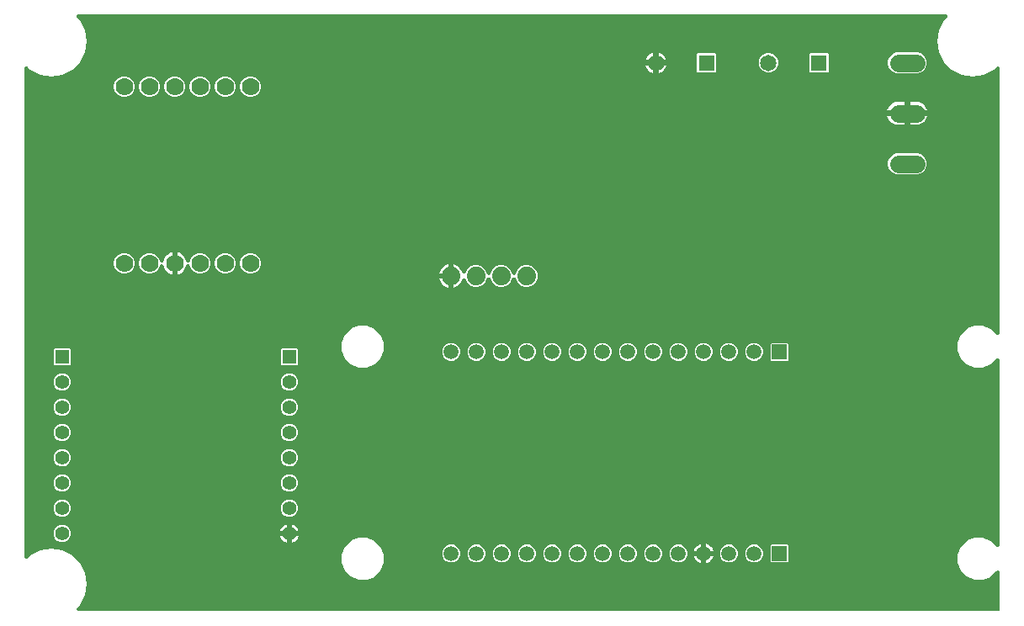
<source format=gbr>
G04 EAGLE Gerber RS-274X export*
G75*
%MOMM*%
%FSLAX34Y34*%
%LPD*%
%INBottom Copper*%
%IPPOS*%
%AMOC8*
5,1,8,0,0,1.08239X$1,22.5*%
G01*
%ADD10C,1.879600*%
%ADD11C,1.778000*%
%ADD12R,1.508000X1.508000*%
%ADD13C,1.508000*%
%ADD14R,1.408000X1.408000*%
%ADD15C,1.408000*%
%ADD16R,1.650000X1.650000*%
%ADD17C,1.650000*%
%ADD18C,1.790700*%

G36*
X1218964Y80775D02*
X1218964Y80775D01*
X1218982Y80773D01*
X1219164Y80794D01*
X1219347Y80813D01*
X1219364Y80818D01*
X1219381Y80820D01*
X1219556Y80877D01*
X1219732Y80931D01*
X1219747Y80939D01*
X1219764Y80945D01*
X1219924Y81035D01*
X1220086Y81123D01*
X1220099Y81134D01*
X1220115Y81143D01*
X1220254Y81263D01*
X1220395Y81380D01*
X1220406Y81394D01*
X1220420Y81406D01*
X1220532Y81551D01*
X1220647Y81694D01*
X1220655Y81710D01*
X1220666Y81724D01*
X1220748Y81889D01*
X1220833Y82051D01*
X1220838Y82068D01*
X1220846Y82084D01*
X1220893Y82263D01*
X1220944Y82438D01*
X1220946Y82456D01*
X1220950Y82473D01*
X1220977Y82804D01*
X1220977Y119514D01*
X1220976Y119523D01*
X1220977Y119532D01*
X1220956Y119724D01*
X1220937Y119915D01*
X1220935Y119923D01*
X1220934Y119932D01*
X1220876Y120114D01*
X1220819Y120300D01*
X1220815Y120308D01*
X1220812Y120316D01*
X1220719Y120484D01*
X1220627Y120654D01*
X1220622Y120660D01*
X1220617Y120668D01*
X1220493Y120815D01*
X1220370Y120963D01*
X1220363Y120968D01*
X1220357Y120975D01*
X1220206Y121094D01*
X1220056Y121215D01*
X1220048Y121219D01*
X1220041Y121225D01*
X1219868Y121313D01*
X1219699Y121401D01*
X1219690Y121403D01*
X1219682Y121407D01*
X1219496Y121459D01*
X1219312Y121512D01*
X1219303Y121513D01*
X1219294Y121515D01*
X1219101Y121529D01*
X1218910Y121545D01*
X1218902Y121544D01*
X1218893Y121545D01*
X1218700Y121520D01*
X1218511Y121498D01*
X1218502Y121495D01*
X1218493Y121494D01*
X1218310Y121433D01*
X1218128Y121373D01*
X1218120Y121369D01*
X1218112Y121366D01*
X1217945Y121270D01*
X1217777Y121175D01*
X1217770Y121170D01*
X1217763Y121165D01*
X1217510Y120950D01*
X1211868Y115309D01*
X1211475Y115146D01*
X1203999Y112049D01*
X1195481Y112049D01*
X1187612Y115309D01*
X1181589Y121332D01*
X1178329Y129201D01*
X1178329Y137719D01*
X1181589Y145588D01*
X1187612Y151611D01*
X1188610Y152024D01*
X1188610Y152025D01*
X1195481Y154871D01*
X1203999Y154871D01*
X1211868Y151611D01*
X1217510Y145970D01*
X1217517Y145964D01*
X1217522Y145957D01*
X1217672Y145837D01*
X1217821Y145715D01*
X1217829Y145710D01*
X1217836Y145705D01*
X1218006Y145616D01*
X1218177Y145526D01*
X1218186Y145523D01*
X1218193Y145519D01*
X1218378Y145466D01*
X1218563Y145411D01*
X1218572Y145410D01*
X1218580Y145408D01*
X1218772Y145392D01*
X1218964Y145375D01*
X1218973Y145376D01*
X1218982Y145375D01*
X1219171Y145397D01*
X1219364Y145418D01*
X1219373Y145421D01*
X1219381Y145422D01*
X1219563Y145481D01*
X1219748Y145540D01*
X1219756Y145544D01*
X1219764Y145547D01*
X1219933Y145642D01*
X1220100Y145735D01*
X1220107Y145740D01*
X1220115Y145745D01*
X1220260Y145870D01*
X1220407Y145995D01*
X1220413Y146002D01*
X1220420Y146008D01*
X1220537Y146159D01*
X1220657Y146311D01*
X1220661Y146319D01*
X1220666Y146326D01*
X1220752Y146498D01*
X1220839Y146670D01*
X1220842Y146678D01*
X1220846Y146686D01*
X1220895Y146872D01*
X1220947Y147058D01*
X1220948Y147067D01*
X1220950Y147075D01*
X1220977Y147406D01*
X1220977Y332914D01*
X1220976Y332923D01*
X1220977Y332932D01*
X1220956Y333124D01*
X1220937Y333315D01*
X1220935Y333323D01*
X1220934Y333332D01*
X1220876Y333514D01*
X1220819Y333700D01*
X1220815Y333708D01*
X1220812Y333716D01*
X1220719Y333884D01*
X1220627Y334054D01*
X1220622Y334060D01*
X1220617Y334068D01*
X1220493Y334215D01*
X1220370Y334363D01*
X1220363Y334368D01*
X1220357Y334375D01*
X1220206Y334494D01*
X1220056Y334615D01*
X1220048Y334619D01*
X1220041Y334625D01*
X1219868Y334713D01*
X1219699Y334801D01*
X1219690Y334803D01*
X1219682Y334807D01*
X1219496Y334859D01*
X1219312Y334912D01*
X1219303Y334913D01*
X1219294Y334915D01*
X1219101Y334929D01*
X1218910Y334945D01*
X1218902Y334944D01*
X1218893Y334945D01*
X1218700Y334920D01*
X1218511Y334898D01*
X1218502Y334895D01*
X1218493Y334894D01*
X1218310Y334833D01*
X1218128Y334773D01*
X1218120Y334769D01*
X1218112Y334766D01*
X1217945Y334670D01*
X1217777Y334575D01*
X1217770Y334570D01*
X1217763Y334565D01*
X1217510Y334350D01*
X1211868Y328709D01*
X1203999Y325449D01*
X1195481Y325449D01*
X1187612Y328709D01*
X1181589Y334732D01*
X1178329Y342601D01*
X1178329Y351119D01*
X1181589Y358988D01*
X1187612Y365011D01*
X1188323Y365306D01*
X1195481Y368271D01*
X1203999Y368271D01*
X1211868Y365011D01*
X1217510Y359370D01*
X1217517Y359364D01*
X1217522Y359357D01*
X1217672Y359237D01*
X1217821Y359115D01*
X1217829Y359110D01*
X1217836Y359105D01*
X1218006Y359016D01*
X1218177Y358926D01*
X1218186Y358923D01*
X1218193Y358919D01*
X1218378Y358866D01*
X1218563Y358811D01*
X1218572Y358810D01*
X1218580Y358808D01*
X1218772Y358792D01*
X1218964Y358775D01*
X1218973Y358776D01*
X1218982Y358775D01*
X1219171Y358797D01*
X1219364Y358818D01*
X1219373Y358821D01*
X1219381Y358822D01*
X1219563Y358881D01*
X1219748Y358940D01*
X1219756Y358944D01*
X1219764Y358947D01*
X1219933Y359042D01*
X1220100Y359135D01*
X1220107Y359140D01*
X1220115Y359145D01*
X1220261Y359271D01*
X1220407Y359395D01*
X1220413Y359402D01*
X1220420Y359408D01*
X1220537Y359559D01*
X1220657Y359711D01*
X1220661Y359719D01*
X1220666Y359726D01*
X1220752Y359898D01*
X1220839Y360070D01*
X1220842Y360078D01*
X1220846Y360086D01*
X1220896Y360273D01*
X1220947Y360458D01*
X1220948Y360467D01*
X1220950Y360475D01*
X1220977Y360806D01*
X1220977Y626687D01*
X1220976Y626696D01*
X1220977Y626705D01*
X1220956Y626897D01*
X1220937Y627088D01*
X1220935Y627097D01*
X1220934Y627106D01*
X1220876Y627288D01*
X1220819Y627473D01*
X1220815Y627481D01*
X1220812Y627489D01*
X1220719Y627658D01*
X1220627Y627827D01*
X1220622Y627834D01*
X1220617Y627842D01*
X1220493Y627989D01*
X1220370Y628136D01*
X1220363Y628142D01*
X1220357Y628149D01*
X1220206Y628268D01*
X1220056Y628389D01*
X1220048Y628393D01*
X1220041Y628398D01*
X1219868Y628486D01*
X1219699Y628574D01*
X1219690Y628577D01*
X1219682Y628581D01*
X1219496Y628633D01*
X1219312Y628686D01*
X1219303Y628686D01*
X1219294Y628689D01*
X1219101Y628703D01*
X1218910Y628718D01*
X1218902Y628717D01*
X1218893Y628718D01*
X1218700Y628694D01*
X1218511Y628672D01*
X1218502Y628669D01*
X1218493Y628668D01*
X1218310Y628606D01*
X1218128Y628547D01*
X1218120Y628542D01*
X1218112Y628539D01*
X1217945Y628443D01*
X1217777Y628349D01*
X1217770Y628343D01*
X1217763Y628338D01*
X1217510Y628124D01*
X1214687Y625301D01*
X1204781Y620254D01*
X1193800Y618515D01*
X1182819Y620254D01*
X1172913Y625301D01*
X1165051Y633163D01*
X1160004Y643069D01*
X1158265Y654050D01*
X1160004Y665031D01*
X1165051Y674937D01*
X1167874Y677760D01*
X1167879Y677767D01*
X1167886Y677772D01*
X1168005Y677920D01*
X1168129Y678071D01*
X1168133Y678079D01*
X1168139Y678086D01*
X1168227Y678256D01*
X1168317Y678427D01*
X1168320Y678436D01*
X1168324Y678443D01*
X1168377Y678628D01*
X1168432Y678813D01*
X1168433Y678822D01*
X1168436Y678830D01*
X1168451Y679021D01*
X1168469Y679214D01*
X1168468Y679223D01*
X1168468Y679232D01*
X1168446Y679421D01*
X1168425Y679614D01*
X1168423Y679623D01*
X1168422Y679631D01*
X1168362Y679813D01*
X1168304Y679998D01*
X1168299Y680006D01*
X1168297Y680014D01*
X1168202Y680183D01*
X1168109Y680350D01*
X1168103Y680357D01*
X1168099Y680365D01*
X1167973Y680511D01*
X1167848Y680657D01*
X1167841Y680663D01*
X1167836Y680670D01*
X1167684Y680787D01*
X1167533Y680907D01*
X1167525Y680911D01*
X1167518Y680916D01*
X1167345Y681002D01*
X1167174Y681089D01*
X1167165Y681092D01*
X1167157Y681096D01*
X1166971Y681146D01*
X1166786Y681197D01*
X1166777Y681198D01*
X1166768Y681200D01*
X1166437Y681227D01*
X294063Y681227D01*
X294054Y681226D01*
X294045Y681227D01*
X293851Y681206D01*
X293662Y681187D01*
X293653Y681185D01*
X293644Y681184D01*
X293460Y681125D01*
X293277Y681069D01*
X293269Y681065D01*
X293261Y681062D01*
X293092Y680969D01*
X292923Y680877D01*
X292916Y680872D01*
X292908Y680867D01*
X292761Y680743D01*
X292614Y680620D01*
X292608Y680613D01*
X292601Y680607D01*
X292482Y680455D01*
X292361Y680306D01*
X292357Y680298D01*
X292352Y680291D01*
X292264Y680118D01*
X292176Y679949D01*
X292173Y679940D01*
X292169Y679932D01*
X292117Y679746D01*
X292064Y679562D01*
X292064Y679553D01*
X292061Y679544D01*
X292047Y679351D01*
X292032Y679160D01*
X292033Y679152D01*
X292032Y679143D01*
X292056Y678950D01*
X292078Y678761D01*
X292081Y678752D01*
X292082Y678743D01*
X292144Y678561D01*
X292203Y678378D01*
X292208Y678370D01*
X292211Y678362D01*
X292307Y678195D01*
X292401Y678027D01*
X292407Y678020D01*
X292412Y678013D01*
X292626Y677760D01*
X295449Y674937D01*
X300496Y665031D01*
X302235Y654050D01*
X300496Y643069D01*
X295449Y633163D01*
X287587Y625301D01*
X277681Y620254D01*
X266700Y618515D01*
X255719Y620254D01*
X245813Y625301D01*
X242990Y628124D01*
X242983Y628129D01*
X242978Y628136D01*
X242828Y628257D01*
X242679Y628379D01*
X242671Y628383D01*
X242664Y628389D01*
X242494Y628477D01*
X242323Y628567D01*
X242314Y628570D01*
X242307Y628574D01*
X242122Y628627D01*
X241937Y628682D01*
X241928Y628683D01*
X241920Y628686D01*
X241729Y628701D01*
X241536Y628719D01*
X241527Y628718D01*
X241518Y628718D01*
X241329Y628696D01*
X241136Y628675D01*
X241127Y628673D01*
X241119Y628672D01*
X240937Y628612D01*
X240752Y628554D01*
X240744Y628549D01*
X240736Y628547D01*
X240567Y628452D01*
X240400Y628359D01*
X240393Y628353D01*
X240385Y628349D01*
X240239Y628223D01*
X240093Y628098D01*
X240087Y628091D01*
X240080Y628086D01*
X239963Y627934D01*
X239843Y627783D01*
X239839Y627775D01*
X239834Y627768D01*
X239748Y627595D01*
X239661Y627424D01*
X239658Y627415D01*
X239654Y627407D01*
X239604Y627221D01*
X239553Y627036D01*
X239552Y627027D01*
X239550Y627018D01*
X239523Y626687D01*
X239523Y135313D01*
X239524Y135304D01*
X239523Y135295D01*
X239544Y135103D01*
X239563Y134912D01*
X239565Y134903D01*
X239566Y134894D01*
X239624Y134712D01*
X239681Y134527D01*
X239685Y134519D01*
X239688Y134511D01*
X239781Y134342D01*
X239873Y134173D01*
X239878Y134166D01*
X239883Y134158D01*
X240007Y134011D01*
X240130Y133864D01*
X240137Y133858D01*
X240143Y133851D01*
X240294Y133732D01*
X240444Y133611D01*
X240452Y133607D01*
X240459Y133602D01*
X240632Y133514D01*
X240801Y133426D01*
X240810Y133423D01*
X240818Y133419D01*
X241004Y133367D01*
X241188Y133314D01*
X241197Y133314D01*
X241206Y133311D01*
X241399Y133297D01*
X241590Y133282D01*
X241598Y133283D01*
X241607Y133282D01*
X241800Y133306D01*
X241989Y133328D01*
X241998Y133331D01*
X242007Y133332D01*
X242190Y133394D01*
X242372Y133453D01*
X242380Y133458D01*
X242388Y133461D01*
X242555Y133557D01*
X242723Y133651D01*
X242730Y133657D01*
X242737Y133662D01*
X242990Y133876D01*
X245813Y136699D01*
X255719Y141746D01*
X266700Y143485D01*
X277681Y141746D01*
X287587Y136699D01*
X295449Y128837D01*
X300496Y118931D01*
X302235Y107950D01*
X300496Y96969D01*
X295449Y87063D01*
X292626Y84240D01*
X292621Y84233D01*
X292614Y84228D01*
X292493Y84078D01*
X292371Y83929D01*
X292367Y83921D01*
X292361Y83914D01*
X292273Y83744D01*
X292183Y83573D01*
X292180Y83564D01*
X292176Y83557D01*
X292123Y83372D01*
X292068Y83187D01*
X292067Y83178D01*
X292064Y83170D01*
X292049Y82979D01*
X292031Y82786D01*
X292032Y82777D01*
X292032Y82768D01*
X292054Y82579D01*
X292075Y82386D01*
X292077Y82377D01*
X292078Y82369D01*
X292138Y82187D01*
X292196Y82002D01*
X292201Y81994D01*
X292203Y81986D01*
X292298Y81817D01*
X292391Y81650D01*
X292397Y81643D01*
X292401Y81635D01*
X292527Y81489D01*
X292652Y81343D01*
X292659Y81337D01*
X292664Y81330D01*
X292816Y81213D01*
X292967Y81093D01*
X292975Y81089D01*
X292982Y81084D01*
X293155Y80998D01*
X293326Y80911D01*
X293335Y80908D01*
X293343Y80904D01*
X293529Y80854D01*
X293714Y80803D01*
X293723Y80802D01*
X293732Y80800D01*
X294063Y80773D01*
X1218946Y80773D01*
X1218964Y80775D01*
G37*
%LPC*%
G36*
X575681Y112049D02*
X575681Y112049D01*
X567812Y115309D01*
X561789Y121332D01*
X558529Y129201D01*
X558529Y137719D01*
X561789Y145588D01*
X567812Y151611D01*
X568810Y152024D01*
X568810Y152025D01*
X575681Y154871D01*
X584199Y154871D01*
X592068Y151611D01*
X598091Y145588D01*
X601351Y137719D01*
X601351Y129201D01*
X598091Y121332D01*
X592068Y115309D01*
X591675Y115146D01*
X584199Y112049D01*
X575681Y112049D01*
G37*
%LPD*%
%LPC*%
G36*
X575681Y325449D02*
X575681Y325449D01*
X567812Y328709D01*
X561789Y334732D01*
X558529Y342601D01*
X558529Y351119D01*
X561789Y358988D01*
X567812Y365011D01*
X568523Y365306D01*
X575681Y368271D01*
X584199Y368271D01*
X592068Y365011D01*
X598091Y358988D01*
X601351Y351119D01*
X601351Y342601D01*
X598091Y334732D01*
X592068Y328709D01*
X584199Y325449D01*
X575681Y325449D01*
G37*
%LPD*%
%LPC*%
G36*
X671079Y417452D02*
X671079Y417452D01*
X671077Y417470D01*
X671079Y417487D01*
X671058Y417670D01*
X671039Y417852D01*
X671034Y417869D01*
X671032Y417887D01*
X671007Y417965D01*
X671046Y418102D01*
X671048Y418120D01*
X671052Y418137D01*
X671079Y418468D01*
X671079Y429645D01*
X671336Y429605D01*
X673123Y429024D01*
X674797Y428171D01*
X676318Y427066D01*
X677646Y425738D01*
X678751Y424217D01*
X679604Y422543D01*
X679842Y421811D01*
X679878Y421729D01*
X679904Y421645D01*
X679958Y421546D01*
X680004Y421442D01*
X680055Y421369D01*
X680097Y421292D01*
X680170Y421205D01*
X680235Y421113D01*
X680299Y421051D01*
X680356Y420983D01*
X680445Y420913D01*
X680527Y420835D01*
X680602Y420788D01*
X680671Y420732D01*
X680772Y420681D01*
X680867Y420621D01*
X680950Y420589D01*
X681029Y420549D01*
X681138Y420518D01*
X681244Y420478D01*
X681331Y420463D01*
X681417Y420439D01*
X681529Y420430D01*
X681641Y420412D01*
X681730Y420415D01*
X681818Y420408D01*
X681930Y420421D01*
X682043Y420425D01*
X682130Y420446D01*
X682218Y420456D01*
X682325Y420492D01*
X682435Y420518D01*
X682516Y420555D01*
X682600Y420583D01*
X682698Y420639D01*
X682801Y420686D01*
X682873Y420738D01*
X682950Y420782D01*
X683035Y420856D01*
X683126Y420923D01*
X683186Y420989D01*
X683253Y421047D01*
X683322Y421136D01*
X683399Y421220D01*
X683445Y421296D01*
X683499Y421366D01*
X683563Y421492D01*
X683607Y421564D01*
X683623Y421607D01*
X683650Y421661D01*
X684680Y424147D01*
X687753Y427220D01*
X691767Y428883D01*
X696113Y428883D01*
X700127Y427220D01*
X703200Y424147D01*
X704763Y420373D01*
X704768Y420365D01*
X704770Y420356D01*
X704862Y420188D01*
X704954Y420018D01*
X704959Y420011D01*
X704964Y420003D01*
X705087Y419857D01*
X705210Y419707D01*
X705217Y419702D01*
X705223Y419695D01*
X705373Y419575D01*
X705523Y419454D01*
X705531Y419449D01*
X705537Y419444D01*
X705709Y419356D01*
X705879Y419267D01*
X705888Y419264D01*
X705896Y419260D01*
X706080Y419208D01*
X706266Y419153D01*
X706274Y419153D01*
X706283Y419150D01*
X706474Y419135D01*
X706667Y419119D01*
X706676Y419120D01*
X706684Y419119D01*
X706875Y419142D01*
X707067Y419164D01*
X707075Y419167D01*
X707084Y419168D01*
X707267Y419228D01*
X707450Y419287D01*
X707458Y419291D01*
X707466Y419294D01*
X707634Y419390D01*
X707802Y419483D01*
X707808Y419489D01*
X707816Y419494D01*
X707961Y419620D01*
X708107Y419745D01*
X708113Y419752D01*
X708120Y419758D01*
X708237Y419910D01*
X708356Y420062D01*
X708360Y420070D01*
X708365Y420077D01*
X708517Y420373D01*
X710080Y424147D01*
X713153Y427220D01*
X717167Y428883D01*
X721513Y428883D01*
X725527Y427220D01*
X728600Y424147D01*
X730163Y420373D01*
X730168Y420365D01*
X730170Y420356D01*
X730262Y420188D01*
X730354Y420018D01*
X730359Y420011D01*
X730364Y420003D01*
X730487Y419857D01*
X730610Y419707D01*
X730617Y419702D01*
X730623Y419695D01*
X730773Y419575D01*
X730923Y419454D01*
X730931Y419449D01*
X730937Y419444D01*
X731109Y419356D01*
X731279Y419267D01*
X731288Y419264D01*
X731296Y419260D01*
X731480Y419208D01*
X731666Y419153D01*
X731674Y419153D01*
X731683Y419150D01*
X731874Y419135D01*
X732067Y419119D01*
X732076Y419120D01*
X732084Y419119D01*
X732275Y419142D01*
X732467Y419164D01*
X732475Y419167D01*
X732484Y419168D01*
X732667Y419228D01*
X732850Y419287D01*
X732858Y419291D01*
X732866Y419294D01*
X733034Y419390D01*
X733202Y419483D01*
X733208Y419489D01*
X733216Y419494D01*
X733361Y419620D01*
X733507Y419745D01*
X733513Y419752D01*
X733520Y419758D01*
X733637Y419910D01*
X733756Y420062D01*
X733760Y420070D01*
X733765Y420077D01*
X733917Y420373D01*
X735480Y424147D01*
X738553Y427220D01*
X742567Y428883D01*
X746913Y428883D01*
X750927Y427220D01*
X754000Y424147D01*
X755663Y420133D01*
X755663Y415787D01*
X754000Y411773D01*
X750927Y408700D01*
X748382Y407646D01*
X746913Y407037D01*
X742567Y407037D01*
X738553Y408700D01*
X735480Y411773D01*
X733917Y415547D01*
X733912Y415555D01*
X733910Y415564D01*
X733817Y415733D01*
X733726Y415902D01*
X733721Y415909D01*
X733716Y415917D01*
X733592Y416065D01*
X733470Y416213D01*
X733463Y416218D01*
X733457Y416225D01*
X733308Y416344D01*
X733157Y416466D01*
X733149Y416471D01*
X733142Y416476D01*
X732973Y416563D01*
X732801Y416654D01*
X732792Y416656D01*
X732784Y416660D01*
X732602Y416712D01*
X732414Y416767D01*
X732405Y416767D01*
X732397Y416770D01*
X732206Y416785D01*
X732013Y416801D01*
X732004Y416800D01*
X731996Y416801D01*
X731805Y416778D01*
X731613Y416756D01*
X731605Y416753D01*
X731596Y416752D01*
X731414Y416692D01*
X731230Y416633D01*
X731222Y416628D01*
X731214Y416626D01*
X731046Y416530D01*
X730878Y416437D01*
X730872Y416431D01*
X730864Y416426D01*
X730718Y416299D01*
X730573Y416175D01*
X730567Y416168D01*
X730560Y416162D01*
X730443Y416010D01*
X730324Y415858D01*
X730320Y415850D01*
X730315Y415843D01*
X730163Y415547D01*
X728600Y411773D01*
X725527Y408700D01*
X722982Y407646D01*
X721513Y407037D01*
X717167Y407037D01*
X713153Y408700D01*
X710080Y411773D01*
X708517Y415547D01*
X708512Y415555D01*
X708510Y415564D01*
X708417Y415733D01*
X708326Y415902D01*
X708321Y415909D01*
X708316Y415917D01*
X708192Y416065D01*
X708070Y416213D01*
X708063Y416218D01*
X708057Y416225D01*
X707908Y416344D01*
X707757Y416466D01*
X707749Y416471D01*
X707742Y416476D01*
X707573Y416563D01*
X707401Y416654D01*
X707392Y416656D01*
X707384Y416660D01*
X707202Y416712D01*
X707014Y416767D01*
X707005Y416767D01*
X706997Y416770D01*
X706806Y416785D01*
X706613Y416801D01*
X706604Y416800D01*
X706596Y416801D01*
X706405Y416778D01*
X706213Y416756D01*
X706205Y416753D01*
X706196Y416752D01*
X706014Y416692D01*
X705830Y416633D01*
X705822Y416628D01*
X705814Y416626D01*
X705646Y416530D01*
X705478Y416437D01*
X705472Y416431D01*
X705464Y416426D01*
X705318Y416299D01*
X705173Y416175D01*
X705167Y416168D01*
X705160Y416162D01*
X705043Y416010D01*
X704924Y415858D01*
X704920Y415850D01*
X704915Y415843D01*
X704763Y415547D01*
X703200Y411773D01*
X700127Y408700D01*
X697582Y407646D01*
X696113Y407037D01*
X691767Y407037D01*
X687753Y408700D01*
X684680Y411773D01*
X683650Y414259D01*
X683608Y414337D01*
X683575Y414420D01*
X683513Y414514D01*
X683460Y414614D01*
X683404Y414682D01*
X683355Y414757D01*
X683276Y414837D01*
X683204Y414924D01*
X683135Y414980D01*
X683072Y415043D01*
X682979Y415107D01*
X682891Y415178D01*
X682813Y415219D01*
X682739Y415269D01*
X682635Y415312D01*
X682535Y415365D01*
X682449Y415390D01*
X682367Y415424D01*
X682257Y415446D01*
X682148Y415478D01*
X682060Y415486D01*
X681973Y415503D01*
X681859Y415503D01*
X681747Y415513D01*
X681659Y415503D01*
X681570Y415503D01*
X681459Y415480D01*
X681347Y415467D01*
X681262Y415440D01*
X681175Y415423D01*
X681071Y415379D01*
X680964Y415344D01*
X680886Y415301D01*
X680804Y415267D01*
X680711Y415203D01*
X680612Y415148D01*
X680545Y415090D01*
X680471Y415040D01*
X680392Y414960D01*
X680306Y414886D01*
X680252Y414816D01*
X680189Y414753D01*
X680128Y414658D01*
X680058Y414569D01*
X680018Y414490D01*
X679970Y414415D01*
X679915Y414285D01*
X679877Y414209D01*
X679865Y414165D01*
X679842Y414109D01*
X679604Y413377D01*
X678751Y411703D01*
X677646Y410182D01*
X676318Y408854D01*
X674797Y407749D01*
X673123Y406896D01*
X671336Y406315D01*
X671079Y406275D01*
X671079Y417452D01*
G37*
%LPD*%
%LPC*%
G36*
X1116722Y621982D02*
X1116722Y621982D01*
X1112871Y623577D01*
X1109923Y626525D01*
X1108328Y630376D01*
X1108328Y634544D01*
X1109923Y638395D01*
X1112871Y641343D01*
X1116722Y642938D01*
X1138798Y642938D01*
X1142649Y641343D01*
X1145597Y638395D01*
X1147192Y634544D01*
X1147192Y630376D01*
X1145597Y626525D01*
X1142649Y623577D01*
X1138798Y621982D01*
X1116722Y621982D01*
G37*
%LPD*%
%LPC*%
G36*
X1116722Y520382D02*
X1116722Y520382D01*
X1112871Y521977D01*
X1109923Y524925D01*
X1108328Y528776D01*
X1108328Y532944D01*
X1109923Y536795D01*
X1112871Y539743D01*
X1116722Y541338D01*
X1138798Y541338D01*
X1142649Y539743D01*
X1145597Y536795D01*
X1147192Y532944D01*
X1147192Y528776D01*
X1145597Y524925D01*
X1142649Y521977D01*
X1138798Y520382D01*
X1116722Y520382D01*
G37*
%LPD*%
%LPC*%
G36*
X393389Y430192D02*
X393389Y430192D01*
X393387Y430210D01*
X393389Y430227D01*
X393368Y430409D01*
X393349Y430592D01*
X393344Y430609D01*
X393342Y430627D01*
X393329Y430668D01*
X393356Y430762D01*
X393358Y430780D01*
X393362Y430797D01*
X393389Y431128D01*
X393389Y441837D01*
X393567Y441809D01*
X395278Y441253D01*
X396881Y440436D01*
X398337Y439379D01*
X399609Y438107D01*
X400666Y436651D01*
X401483Y435048D01*
X402039Y433337D01*
X402043Y433313D01*
X402055Y433268D01*
X402060Y433222D01*
X402106Y433074D01*
X402145Y432924D01*
X402166Y432882D01*
X402179Y432837D01*
X402254Y432702D01*
X402322Y432562D01*
X402350Y432525D01*
X402373Y432484D01*
X402472Y432366D01*
X402567Y432242D01*
X402602Y432212D01*
X402632Y432176D01*
X402753Y432080D01*
X402870Y431977D01*
X402910Y431954D01*
X402947Y431925D01*
X403084Y431854D01*
X403219Y431777D01*
X403264Y431762D01*
X403305Y431741D01*
X403454Y431699D01*
X403601Y431650D01*
X403647Y431644D01*
X403692Y431631D01*
X403847Y431619D01*
X404001Y431600D01*
X404047Y431604D01*
X404094Y431600D01*
X404247Y431619D01*
X404402Y431631D01*
X404447Y431643D01*
X404493Y431649D01*
X404640Y431697D01*
X404790Y431740D01*
X404831Y431761D01*
X404876Y431775D01*
X405010Y431852D01*
X405148Y431923D01*
X405185Y431952D01*
X405225Y431975D01*
X405342Y432077D01*
X405464Y432173D01*
X405494Y432209D01*
X405529Y432239D01*
X405623Y432362D01*
X405723Y432481D01*
X405746Y432522D01*
X405774Y432559D01*
X405889Y432782D01*
X405917Y432833D01*
X405920Y432843D01*
X405926Y432854D01*
X407461Y436559D01*
X410391Y439489D01*
X414218Y441075D01*
X418362Y441075D01*
X422189Y439489D01*
X425119Y436559D01*
X426705Y432732D01*
X426705Y428588D01*
X425119Y424761D01*
X422189Y421831D01*
X418362Y420245D01*
X414218Y420245D01*
X410391Y421831D01*
X407461Y424761D01*
X405926Y428466D01*
X405904Y428507D01*
X405888Y428551D01*
X405809Y428684D01*
X405736Y428821D01*
X405706Y428857D01*
X405682Y428897D01*
X405578Y429012D01*
X405479Y429132D01*
X405443Y429161D01*
X405412Y429196D01*
X405287Y429288D01*
X405167Y429385D01*
X405125Y429407D01*
X405088Y429435D01*
X404947Y429500D01*
X404810Y429572D01*
X404765Y429585D01*
X404723Y429605D01*
X404572Y429642D01*
X404424Y429685D01*
X404377Y429689D01*
X404332Y429700D01*
X404177Y429707D01*
X404023Y429720D01*
X403976Y429715D01*
X403930Y429717D01*
X403776Y429692D01*
X403623Y429675D01*
X403578Y429661D01*
X403532Y429653D01*
X403387Y429599D01*
X403239Y429552D01*
X403198Y429529D01*
X403155Y429513D01*
X403023Y429431D01*
X402888Y429355D01*
X402852Y429325D01*
X402813Y429300D01*
X402699Y429194D01*
X402582Y429094D01*
X402553Y429057D01*
X402519Y429025D01*
X402429Y428899D01*
X402334Y428777D01*
X402313Y428735D01*
X402286Y428697D01*
X402222Y428555D01*
X402153Y428417D01*
X402141Y428372D01*
X402121Y428329D01*
X402062Y428085D01*
X402047Y428028D01*
X402046Y428019D01*
X402043Y428007D01*
X402039Y427983D01*
X401483Y426272D01*
X400666Y424669D01*
X399609Y423213D01*
X398337Y421941D01*
X396881Y420884D01*
X395278Y420067D01*
X393567Y419511D01*
X393389Y419483D01*
X393389Y430192D01*
G37*
%LPD*%
%LPC*%
G36*
X388213Y419511D02*
X388213Y419511D01*
X386502Y420067D01*
X384899Y420884D01*
X383443Y421941D01*
X382171Y423213D01*
X381114Y424669D01*
X380297Y426272D01*
X379741Y427983D01*
X379737Y428007D01*
X379725Y428052D01*
X379720Y428098D01*
X379674Y428246D01*
X379635Y428396D01*
X379614Y428438D01*
X379601Y428483D01*
X379526Y428618D01*
X379458Y428758D01*
X379430Y428795D01*
X379407Y428836D01*
X379308Y428954D01*
X379213Y429078D01*
X379178Y429108D01*
X379148Y429144D01*
X379027Y429240D01*
X378910Y429343D01*
X378870Y429366D01*
X378833Y429395D01*
X378696Y429466D01*
X378561Y429543D01*
X378516Y429558D01*
X378475Y429579D01*
X378326Y429621D01*
X378179Y429670D01*
X378133Y429676D01*
X378088Y429689D01*
X377933Y429701D01*
X377779Y429720D01*
X377733Y429716D01*
X377686Y429720D01*
X377533Y429701D01*
X377378Y429689D01*
X377333Y429677D01*
X377287Y429671D01*
X377140Y429623D01*
X376990Y429580D01*
X376949Y429559D01*
X376904Y429545D01*
X376770Y429468D01*
X376632Y429397D01*
X376595Y429368D01*
X376555Y429345D01*
X376438Y429243D01*
X376316Y429147D01*
X376286Y429111D01*
X376251Y429081D01*
X376157Y428958D01*
X376057Y428839D01*
X376034Y428798D01*
X376006Y428761D01*
X375891Y428538D01*
X375863Y428487D01*
X375860Y428477D01*
X375854Y428466D01*
X374319Y424761D01*
X371389Y421831D01*
X367562Y420245D01*
X363418Y420245D01*
X359591Y421831D01*
X356661Y424761D01*
X355075Y428588D01*
X355075Y432732D01*
X356661Y436559D01*
X359591Y439489D01*
X363418Y441075D01*
X367562Y441075D01*
X371389Y439489D01*
X374319Y436559D01*
X375854Y432854D01*
X375876Y432813D01*
X375892Y432769D01*
X375971Y432636D01*
X376044Y432499D01*
X376074Y432463D01*
X376098Y432423D01*
X376202Y432308D01*
X376301Y432188D01*
X376337Y432159D01*
X376368Y432124D01*
X376493Y432032D01*
X376613Y431935D01*
X376655Y431913D01*
X376692Y431885D01*
X376833Y431820D01*
X376970Y431748D01*
X377015Y431735D01*
X377057Y431715D01*
X377208Y431678D01*
X377356Y431635D01*
X377403Y431631D01*
X377448Y431620D01*
X377603Y431613D01*
X377757Y431600D01*
X377804Y431605D01*
X377850Y431603D01*
X378004Y431628D01*
X378157Y431645D01*
X378202Y431659D01*
X378248Y431667D01*
X378393Y431721D01*
X378541Y431768D01*
X378582Y431791D01*
X378625Y431807D01*
X378757Y431889D01*
X378892Y431965D01*
X378928Y431995D01*
X378967Y432020D01*
X379081Y432126D01*
X379198Y432226D01*
X379227Y432263D01*
X379261Y432295D01*
X379351Y432421D01*
X379446Y432543D01*
X379467Y432585D01*
X379494Y432623D01*
X379558Y432765D01*
X379627Y432903D01*
X379639Y432948D01*
X379659Y432991D01*
X379718Y433235D01*
X379733Y433292D01*
X379734Y433301D01*
X379737Y433313D01*
X379741Y433337D01*
X380297Y435048D01*
X381114Y436651D01*
X382171Y438107D01*
X383443Y439379D01*
X384899Y440436D01*
X386502Y441253D01*
X388213Y441809D01*
X388391Y441837D01*
X388391Y431128D01*
X388392Y431110D01*
X388391Y431093D01*
X388412Y430910D01*
X388431Y430728D01*
X388436Y430711D01*
X388438Y430693D01*
X388451Y430652D01*
X388424Y430558D01*
X388422Y430540D01*
X388418Y430523D01*
X388391Y430192D01*
X388391Y419483D01*
X388213Y419511D01*
G37*
%LPD*%
%LPC*%
G36*
X1029978Y622685D02*
X1029978Y622685D01*
X1029085Y623578D01*
X1029085Y641342D01*
X1029978Y642235D01*
X1047742Y642235D01*
X1048635Y641342D01*
X1048635Y623578D01*
X1047742Y622685D01*
X1029978Y622685D01*
G37*
%LPD*%
%LPC*%
G36*
X916948Y622685D02*
X916948Y622685D01*
X916055Y623578D01*
X916055Y641342D01*
X916948Y642235D01*
X934712Y642235D01*
X935605Y641342D01*
X935605Y623578D01*
X934712Y622685D01*
X916948Y622685D01*
G37*
%LPD*%
%LPC*%
G36*
X388818Y598045D02*
X388818Y598045D01*
X384991Y599631D01*
X382061Y602561D01*
X380475Y606388D01*
X380475Y610532D01*
X382061Y614359D01*
X384991Y617289D01*
X388818Y618875D01*
X392962Y618875D01*
X396789Y617289D01*
X399719Y614359D01*
X401305Y610532D01*
X401305Y606388D01*
X399719Y602561D01*
X396789Y599631D01*
X392962Y598045D01*
X388818Y598045D01*
G37*
%LPD*%
%LPC*%
G36*
X465018Y598045D02*
X465018Y598045D01*
X461191Y599631D01*
X458261Y602561D01*
X456675Y606388D01*
X456675Y610532D01*
X458261Y614359D01*
X461191Y617289D01*
X465018Y618875D01*
X469162Y618875D01*
X472989Y617289D01*
X475919Y614359D01*
X477505Y610532D01*
X477505Y606388D01*
X475919Y602561D01*
X472989Y599631D01*
X469162Y598045D01*
X465018Y598045D01*
G37*
%LPD*%
%LPC*%
G36*
X338018Y598045D02*
X338018Y598045D01*
X334191Y599631D01*
X331261Y602561D01*
X329675Y606388D01*
X329675Y610532D01*
X331261Y614359D01*
X334191Y617289D01*
X338018Y618875D01*
X342162Y618875D01*
X345989Y617289D01*
X348919Y614359D01*
X350505Y610532D01*
X350505Y606388D01*
X348919Y602561D01*
X345989Y599631D01*
X342162Y598045D01*
X338018Y598045D01*
G37*
%LPD*%
%LPC*%
G36*
X414218Y598045D02*
X414218Y598045D01*
X410391Y599631D01*
X407461Y602561D01*
X405875Y606388D01*
X405875Y610532D01*
X407461Y614359D01*
X410391Y617289D01*
X414218Y618875D01*
X418362Y618875D01*
X422189Y617289D01*
X425119Y614359D01*
X426705Y610532D01*
X426705Y606388D01*
X425119Y602561D01*
X422189Y599631D01*
X418362Y598045D01*
X414218Y598045D01*
G37*
%LPD*%
%LPC*%
G36*
X363418Y598045D02*
X363418Y598045D01*
X359591Y599631D01*
X356661Y602561D01*
X355075Y606388D01*
X355075Y610532D01*
X356661Y614359D01*
X359591Y617289D01*
X363418Y618875D01*
X367562Y618875D01*
X371389Y617289D01*
X374319Y614359D01*
X375905Y610532D01*
X375905Y606388D01*
X374319Y602561D01*
X371389Y599631D01*
X367562Y598045D01*
X363418Y598045D01*
G37*
%LPD*%
%LPC*%
G36*
X439618Y598045D02*
X439618Y598045D01*
X435791Y599631D01*
X432861Y602561D01*
X431275Y606388D01*
X431275Y610532D01*
X432861Y614359D01*
X435791Y617289D01*
X439618Y618875D01*
X443762Y618875D01*
X447589Y617289D01*
X450519Y614359D01*
X452105Y610532D01*
X452105Y606388D01*
X450519Y602561D01*
X447589Y599631D01*
X443762Y598045D01*
X439618Y598045D01*
G37*
%LPD*%
%LPC*%
G36*
X465018Y420245D02*
X465018Y420245D01*
X461191Y421831D01*
X458261Y424761D01*
X456675Y428588D01*
X456675Y432732D01*
X458261Y436559D01*
X461191Y439489D01*
X465018Y441075D01*
X469162Y441075D01*
X472989Y439489D01*
X475919Y436559D01*
X477505Y432732D01*
X477505Y428588D01*
X475919Y424761D01*
X472989Y421831D01*
X469162Y420245D01*
X465018Y420245D01*
G37*
%LPD*%
%LPC*%
G36*
X439618Y420245D02*
X439618Y420245D01*
X435791Y421831D01*
X432861Y424761D01*
X431275Y428588D01*
X431275Y432732D01*
X432861Y436559D01*
X435791Y439489D01*
X439618Y441075D01*
X443762Y441075D01*
X447589Y439489D01*
X450519Y436559D01*
X452105Y432732D01*
X452105Y428588D01*
X450519Y424761D01*
X447589Y421831D01*
X443762Y420245D01*
X439618Y420245D01*
G37*
%LPD*%
%LPC*%
G36*
X338018Y420245D02*
X338018Y420245D01*
X334191Y421831D01*
X331261Y424761D01*
X329675Y428588D01*
X329675Y432732D01*
X331261Y436559D01*
X334191Y439489D01*
X338018Y441075D01*
X342162Y441075D01*
X345989Y439489D01*
X348919Y436559D01*
X350505Y432732D01*
X350505Y428588D01*
X348919Y424761D01*
X345989Y421831D01*
X342162Y420245D01*
X338018Y420245D01*
G37*
%LPD*%
%LPC*%
G36*
X991142Y129749D02*
X991142Y129749D01*
X990249Y130642D01*
X990249Y146986D01*
X991142Y147879D01*
X1007486Y147879D01*
X1008379Y146986D01*
X1008379Y130642D01*
X1007486Y129749D01*
X991142Y129749D01*
G37*
%LPD*%
%LPC*%
G36*
X991142Y332441D02*
X991142Y332441D01*
X990249Y333334D01*
X990249Y349678D01*
X991142Y350571D01*
X1007486Y350571D01*
X1008379Y349678D01*
X1008379Y333334D01*
X1007486Y332441D01*
X991142Y332441D01*
G37*
%LPD*%
%LPC*%
G36*
X986116Y622685D02*
X986116Y622685D01*
X982523Y624173D01*
X979773Y626923D01*
X978285Y630516D01*
X978285Y634404D01*
X979773Y637997D01*
X982523Y640747D01*
X986116Y642235D01*
X990004Y642235D01*
X993597Y640747D01*
X996347Y637997D01*
X997835Y634404D01*
X997835Y630516D01*
X996347Y626923D01*
X993597Y624173D01*
X990664Y622958D01*
X990004Y622685D01*
X986116Y622685D01*
G37*
%LPD*%
%LPC*%
G36*
X269868Y328115D02*
X269868Y328115D01*
X268975Y329008D01*
X268975Y344352D01*
X269868Y345245D01*
X285212Y345245D01*
X286105Y344352D01*
X286105Y329008D01*
X285212Y328115D01*
X269868Y328115D01*
G37*
%LPD*%
%LPC*%
G36*
X498468Y328115D02*
X498468Y328115D01*
X497575Y329008D01*
X497575Y344352D01*
X498468Y345245D01*
X513812Y345245D01*
X514705Y344352D01*
X514705Y329008D01*
X513812Y328115D01*
X498468Y328115D01*
G37*
%LPD*%
%LPC*%
G36*
X895911Y129749D02*
X895911Y129749D01*
X892579Y131129D01*
X890029Y133679D01*
X888649Y137011D01*
X888649Y140617D01*
X890029Y143949D01*
X892579Y146499D01*
X895911Y147879D01*
X899517Y147879D01*
X902849Y146499D01*
X905399Y143949D01*
X906779Y140617D01*
X906779Y137011D01*
X905399Y133679D01*
X902849Y131129D01*
X899517Y129749D01*
X895911Y129749D01*
G37*
%LPD*%
%LPC*%
G36*
X845111Y129749D02*
X845111Y129749D01*
X841779Y131129D01*
X839229Y133679D01*
X837849Y137011D01*
X837849Y140617D01*
X839229Y143949D01*
X841779Y146499D01*
X845111Y147879D01*
X848717Y147879D01*
X852049Y146499D01*
X854599Y143949D01*
X855979Y140617D01*
X855979Y137011D01*
X854599Y133679D01*
X852049Y131129D01*
X848717Y129749D01*
X845111Y129749D01*
G37*
%LPD*%
%LPC*%
G36*
X870511Y129749D02*
X870511Y129749D01*
X867179Y131129D01*
X864629Y133679D01*
X863249Y137011D01*
X863249Y140617D01*
X864629Y143949D01*
X867179Y146499D01*
X870511Y147879D01*
X874117Y147879D01*
X877449Y146499D01*
X879999Y143949D01*
X881379Y140617D01*
X881379Y137011D01*
X879999Y133679D01*
X877449Y131129D01*
X874117Y129749D01*
X870511Y129749D01*
G37*
%LPD*%
%LPC*%
G36*
X946711Y129749D02*
X946711Y129749D01*
X943379Y131129D01*
X940829Y133679D01*
X939449Y137011D01*
X939449Y140617D01*
X940829Y143949D01*
X943379Y146499D01*
X946711Y147879D01*
X950317Y147879D01*
X953649Y146499D01*
X956199Y143949D01*
X957579Y140617D01*
X957579Y137011D01*
X956199Y133679D01*
X953649Y131129D01*
X950317Y129749D01*
X946711Y129749D01*
G37*
%LPD*%
%LPC*%
G36*
X972111Y129749D02*
X972111Y129749D01*
X968779Y131129D01*
X966229Y133679D01*
X964849Y137011D01*
X964849Y140617D01*
X966229Y143949D01*
X968779Y146499D01*
X972111Y147879D01*
X975717Y147879D01*
X979049Y146499D01*
X981599Y143949D01*
X982979Y140617D01*
X982979Y137011D01*
X981599Y133679D01*
X979049Y131129D01*
X975717Y129749D01*
X972111Y129749D01*
G37*
%LPD*%
%LPC*%
G36*
X819711Y129749D02*
X819711Y129749D01*
X816379Y131129D01*
X813829Y133679D01*
X812449Y137011D01*
X812449Y140617D01*
X813829Y143949D01*
X816379Y146499D01*
X819711Y147879D01*
X823317Y147879D01*
X826649Y146499D01*
X829199Y143949D01*
X830579Y140617D01*
X830579Y137011D01*
X829199Y133679D01*
X826649Y131129D01*
X823317Y129749D01*
X819711Y129749D01*
G37*
%LPD*%
%LPC*%
G36*
X794311Y129749D02*
X794311Y129749D01*
X790979Y131129D01*
X788429Y133679D01*
X787049Y137011D01*
X787049Y140617D01*
X788429Y143949D01*
X790979Y146499D01*
X794311Y147879D01*
X797917Y147879D01*
X801249Y146499D01*
X803799Y143949D01*
X805179Y140617D01*
X805179Y137011D01*
X803799Y133679D01*
X801249Y131129D01*
X797917Y129749D01*
X794311Y129749D01*
G37*
%LPD*%
%LPC*%
G36*
X768911Y129749D02*
X768911Y129749D01*
X765579Y131129D01*
X763029Y133679D01*
X761649Y137011D01*
X761649Y140617D01*
X763029Y143949D01*
X765579Y146499D01*
X768911Y147879D01*
X772517Y147879D01*
X775849Y146499D01*
X778399Y143949D01*
X779779Y140617D01*
X779779Y137011D01*
X778399Y133679D01*
X775849Y131129D01*
X772517Y129749D01*
X768911Y129749D01*
G37*
%LPD*%
%LPC*%
G36*
X743511Y129749D02*
X743511Y129749D01*
X740179Y131129D01*
X737629Y133679D01*
X736249Y137011D01*
X736249Y140617D01*
X737629Y143949D01*
X740179Y146499D01*
X743511Y147879D01*
X747117Y147879D01*
X750449Y146499D01*
X752999Y143949D01*
X754379Y140617D01*
X754379Y137011D01*
X752999Y133679D01*
X750449Y131129D01*
X747117Y129749D01*
X743511Y129749D01*
G37*
%LPD*%
%LPC*%
G36*
X718111Y129749D02*
X718111Y129749D01*
X714779Y131129D01*
X712229Y133679D01*
X710849Y137011D01*
X710849Y140617D01*
X712229Y143949D01*
X714779Y146499D01*
X718111Y147879D01*
X721717Y147879D01*
X725049Y146499D01*
X727599Y143949D01*
X728979Y140617D01*
X728979Y137011D01*
X727599Y133679D01*
X725049Y131129D01*
X721717Y129749D01*
X718111Y129749D01*
G37*
%LPD*%
%LPC*%
G36*
X692711Y129749D02*
X692711Y129749D01*
X689379Y131129D01*
X686829Y133679D01*
X685449Y137011D01*
X685449Y140617D01*
X686829Y143949D01*
X689379Y146499D01*
X692711Y147879D01*
X696317Y147879D01*
X699649Y146499D01*
X702199Y143949D01*
X703579Y140617D01*
X703579Y137011D01*
X702199Y133679D01*
X699649Y131129D01*
X696317Y129749D01*
X692711Y129749D01*
G37*
%LPD*%
%LPC*%
G36*
X667311Y129749D02*
X667311Y129749D01*
X663979Y131129D01*
X661429Y133679D01*
X660049Y137011D01*
X660049Y140617D01*
X661429Y143949D01*
X663979Y146499D01*
X667311Y147879D01*
X670917Y147879D01*
X674249Y146499D01*
X676799Y143949D01*
X678179Y140617D01*
X678179Y137011D01*
X676799Y133679D01*
X674249Y131129D01*
X670917Y129749D01*
X667311Y129749D01*
G37*
%LPD*%
%LPC*%
G36*
X845111Y332441D02*
X845111Y332441D01*
X841779Y333821D01*
X839229Y336371D01*
X837849Y339703D01*
X837849Y343309D01*
X839229Y346641D01*
X841779Y349191D01*
X845111Y350571D01*
X848717Y350571D01*
X852049Y349191D01*
X854599Y346641D01*
X855979Y343309D01*
X855979Y339703D01*
X854599Y336371D01*
X852049Y333821D01*
X848834Y332490D01*
X848717Y332441D01*
X845111Y332441D01*
G37*
%LPD*%
%LPC*%
G36*
X870511Y332441D02*
X870511Y332441D01*
X867179Y333821D01*
X864629Y336371D01*
X863249Y339703D01*
X863249Y343309D01*
X864629Y346641D01*
X867179Y349191D01*
X870511Y350571D01*
X874117Y350571D01*
X877449Y349191D01*
X879999Y346641D01*
X881379Y343309D01*
X881379Y339703D01*
X879999Y336371D01*
X877449Y333821D01*
X874234Y332490D01*
X874117Y332441D01*
X870511Y332441D01*
G37*
%LPD*%
%LPC*%
G36*
X692711Y332441D02*
X692711Y332441D01*
X689379Y333821D01*
X686829Y336371D01*
X685449Y339703D01*
X685449Y343309D01*
X686829Y346641D01*
X689379Y349191D01*
X692711Y350571D01*
X696317Y350571D01*
X699649Y349191D01*
X702199Y346641D01*
X703579Y343309D01*
X703579Y339703D01*
X702199Y336371D01*
X699649Y333821D01*
X696434Y332490D01*
X696317Y332441D01*
X692711Y332441D01*
G37*
%LPD*%
%LPC*%
G36*
X667311Y332441D02*
X667311Y332441D01*
X663979Y333821D01*
X661429Y336371D01*
X660049Y339703D01*
X660049Y343309D01*
X661429Y346641D01*
X663979Y349191D01*
X667311Y350571D01*
X670917Y350571D01*
X674249Y349191D01*
X676799Y346641D01*
X678179Y343309D01*
X678179Y339703D01*
X676799Y336371D01*
X674249Y333821D01*
X671034Y332490D01*
X670917Y332441D01*
X667311Y332441D01*
G37*
%LPD*%
%LPC*%
G36*
X972111Y332441D02*
X972111Y332441D01*
X968779Y333821D01*
X966229Y336371D01*
X964849Y339703D01*
X964849Y343309D01*
X966229Y346641D01*
X968779Y349191D01*
X972111Y350571D01*
X975717Y350571D01*
X979049Y349191D01*
X981599Y346641D01*
X982979Y343309D01*
X982979Y339703D01*
X981599Y336371D01*
X979049Y333821D01*
X975834Y332490D01*
X975717Y332441D01*
X972111Y332441D01*
G37*
%LPD*%
%LPC*%
G36*
X946711Y332441D02*
X946711Y332441D01*
X943379Y333821D01*
X940829Y336371D01*
X939449Y339703D01*
X939449Y343309D01*
X940829Y346641D01*
X943379Y349191D01*
X946711Y350571D01*
X950317Y350571D01*
X953649Y349191D01*
X956199Y346641D01*
X957579Y343309D01*
X957579Y339703D01*
X956199Y336371D01*
X953649Y333821D01*
X950434Y332490D01*
X950317Y332441D01*
X946711Y332441D01*
G37*
%LPD*%
%LPC*%
G36*
X921311Y332441D02*
X921311Y332441D01*
X917979Y333821D01*
X915429Y336371D01*
X914049Y339703D01*
X914049Y343309D01*
X915429Y346641D01*
X917979Y349191D01*
X921311Y350571D01*
X924917Y350571D01*
X928249Y349191D01*
X930799Y346641D01*
X932179Y343309D01*
X932179Y339703D01*
X930799Y336371D01*
X928249Y333821D01*
X925034Y332490D01*
X924917Y332441D01*
X921311Y332441D01*
G37*
%LPD*%
%LPC*%
G36*
X718111Y332441D02*
X718111Y332441D01*
X714779Y333821D01*
X712229Y336371D01*
X710849Y339703D01*
X710849Y343309D01*
X712229Y346641D01*
X714779Y349191D01*
X718111Y350571D01*
X721717Y350571D01*
X725049Y349191D01*
X727599Y346641D01*
X728979Y343309D01*
X728979Y339703D01*
X727599Y336371D01*
X725049Y333821D01*
X721834Y332490D01*
X721717Y332441D01*
X718111Y332441D01*
G37*
%LPD*%
%LPC*%
G36*
X743511Y332441D02*
X743511Y332441D01*
X740179Y333821D01*
X737629Y336371D01*
X736249Y339703D01*
X736249Y343309D01*
X737629Y346641D01*
X740179Y349191D01*
X743511Y350571D01*
X747117Y350571D01*
X750449Y349191D01*
X752999Y346641D01*
X754379Y343309D01*
X754379Y339703D01*
X752999Y336371D01*
X750449Y333821D01*
X747234Y332490D01*
X747117Y332441D01*
X743511Y332441D01*
G37*
%LPD*%
%LPC*%
G36*
X768911Y332441D02*
X768911Y332441D01*
X765579Y333821D01*
X763029Y336371D01*
X761649Y339703D01*
X761649Y343309D01*
X763029Y346641D01*
X765579Y349191D01*
X768911Y350571D01*
X772517Y350571D01*
X775849Y349191D01*
X778399Y346641D01*
X779779Y343309D01*
X779779Y339703D01*
X778399Y336371D01*
X775849Y333821D01*
X772634Y332490D01*
X772517Y332441D01*
X768911Y332441D01*
G37*
%LPD*%
%LPC*%
G36*
X895911Y332441D02*
X895911Y332441D01*
X892579Y333821D01*
X890029Y336371D01*
X888649Y339703D01*
X888649Y343309D01*
X890029Y346641D01*
X892579Y349191D01*
X895911Y350571D01*
X899517Y350571D01*
X902849Y349191D01*
X905399Y346641D01*
X906779Y343309D01*
X906779Y339703D01*
X905399Y336371D01*
X902849Y333821D01*
X899634Y332490D01*
X899517Y332441D01*
X895911Y332441D01*
G37*
%LPD*%
%LPC*%
G36*
X794311Y332441D02*
X794311Y332441D01*
X790979Y333821D01*
X788429Y336371D01*
X787049Y339703D01*
X787049Y343309D01*
X788429Y346641D01*
X790979Y349191D01*
X794311Y350571D01*
X797917Y350571D01*
X801249Y349191D01*
X803799Y346641D01*
X805179Y343309D01*
X805179Y339703D01*
X803799Y336371D01*
X801249Y333821D01*
X798034Y332490D01*
X797917Y332441D01*
X794311Y332441D01*
G37*
%LPD*%
%LPC*%
G36*
X819711Y332441D02*
X819711Y332441D01*
X816379Y333821D01*
X813829Y336371D01*
X812449Y339703D01*
X812449Y343309D01*
X813829Y346641D01*
X816379Y349191D01*
X819711Y350571D01*
X823317Y350571D01*
X826649Y349191D01*
X829199Y346641D01*
X830579Y343309D01*
X830579Y339703D01*
X829199Y336371D01*
X826649Y333821D01*
X823434Y332490D01*
X823317Y332441D01*
X819711Y332441D01*
G37*
%LPD*%
%LPC*%
G36*
X275836Y302715D02*
X275836Y302715D01*
X272688Y304019D01*
X270279Y306428D01*
X268975Y309576D01*
X268975Y312984D01*
X270279Y316132D01*
X272688Y318541D01*
X272800Y318587D01*
X275836Y319845D01*
X279244Y319845D01*
X282392Y318541D01*
X284801Y316132D01*
X286105Y312984D01*
X286105Y309576D01*
X284801Y306428D01*
X282392Y304019D01*
X279244Y302715D01*
X275836Y302715D01*
G37*
%LPD*%
%LPC*%
G36*
X504436Y302715D02*
X504436Y302715D01*
X501288Y304019D01*
X498879Y306428D01*
X497575Y309576D01*
X497575Y312984D01*
X498879Y316132D01*
X501288Y318541D01*
X501400Y318587D01*
X504436Y319845D01*
X507844Y319845D01*
X510992Y318541D01*
X513401Y316132D01*
X514705Y312984D01*
X514705Y309576D01*
X513401Y306428D01*
X510992Y304019D01*
X507844Y302715D01*
X504436Y302715D01*
G37*
%LPD*%
%LPC*%
G36*
X504436Y251915D02*
X504436Y251915D01*
X501288Y253219D01*
X498879Y255628D01*
X497575Y258776D01*
X497575Y262184D01*
X498879Y265332D01*
X501288Y267741D01*
X504436Y269045D01*
X507844Y269045D01*
X510992Y267741D01*
X513401Y265332D01*
X514705Y262184D01*
X514705Y258776D01*
X513401Y255628D01*
X510992Y253219D01*
X507844Y251915D01*
X504436Y251915D01*
G37*
%LPD*%
%LPC*%
G36*
X275836Y251915D02*
X275836Y251915D01*
X272688Y253219D01*
X270279Y255628D01*
X268975Y258776D01*
X268975Y262184D01*
X270279Y265332D01*
X272688Y267741D01*
X275836Y269045D01*
X279244Y269045D01*
X282392Y267741D01*
X284801Y265332D01*
X286105Y262184D01*
X286105Y258776D01*
X284801Y255628D01*
X282392Y253219D01*
X279244Y251915D01*
X275836Y251915D01*
G37*
%LPD*%
%LPC*%
G36*
X504436Y201115D02*
X504436Y201115D01*
X501288Y202419D01*
X498879Y204828D01*
X497575Y207976D01*
X497575Y211384D01*
X498879Y214532D01*
X501288Y216941D01*
X504436Y218245D01*
X507844Y218245D01*
X510992Y216941D01*
X513401Y214532D01*
X514705Y211384D01*
X514705Y207976D01*
X513401Y204828D01*
X510992Y202419D01*
X507844Y201115D01*
X504436Y201115D01*
G37*
%LPD*%
%LPC*%
G36*
X275836Y201115D02*
X275836Y201115D01*
X272688Y202419D01*
X270279Y204828D01*
X268975Y207976D01*
X268975Y211384D01*
X270279Y214532D01*
X272688Y216941D01*
X275836Y218245D01*
X279244Y218245D01*
X282392Y216941D01*
X284801Y214532D01*
X286105Y211384D01*
X286105Y207976D01*
X284801Y204828D01*
X282392Y202419D01*
X279244Y201115D01*
X275836Y201115D01*
G37*
%LPD*%
%LPC*%
G36*
X504436Y175715D02*
X504436Y175715D01*
X501288Y177019D01*
X498879Y179428D01*
X497575Y182576D01*
X497575Y185984D01*
X498879Y189132D01*
X501288Y191541D01*
X504436Y192845D01*
X507844Y192845D01*
X510992Y191541D01*
X513401Y189132D01*
X514705Y185984D01*
X514705Y182576D01*
X513401Y179428D01*
X510992Y177019D01*
X507844Y175715D01*
X504436Y175715D01*
G37*
%LPD*%
%LPC*%
G36*
X275836Y175715D02*
X275836Y175715D01*
X272688Y177019D01*
X270279Y179428D01*
X268975Y182576D01*
X268975Y185984D01*
X270279Y189132D01*
X272688Y191541D01*
X275836Y192845D01*
X279244Y192845D01*
X282392Y191541D01*
X284801Y189132D01*
X286105Y185984D01*
X286105Y182576D01*
X284801Y179428D01*
X282392Y177019D01*
X279244Y175715D01*
X275836Y175715D01*
G37*
%LPD*%
%LPC*%
G36*
X275836Y150315D02*
X275836Y150315D01*
X272688Y151619D01*
X270279Y154028D01*
X268975Y157176D01*
X268975Y160584D01*
X270279Y163732D01*
X272688Y166141D01*
X275836Y167445D01*
X279244Y167445D01*
X282392Y166141D01*
X284801Y163732D01*
X286105Y160584D01*
X286105Y157176D01*
X284801Y154028D01*
X282392Y151619D01*
X279244Y150315D01*
X275836Y150315D01*
G37*
%LPD*%
%LPC*%
G36*
X504436Y277315D02*
X504436Y277315D01*
X501288Y278619D01*
X498879Y281028D01*
X497575Y284176D01*
X497575Y287584D01*
X498879Y290732D01*
X501288Y293141D01*
X504436Y294445D01*
X507844Y294445D01*
X510992Y293141D01*
X513401Y290732D01*
X514705Y287584D01*
X514705Y284176D01*
X513401Y281028D01*
X510992Y278619D01*
X507844Y277315D01*
X504436Y277315D01*
G37*
%LPD*%
%LPC*%
G36*
X275836Y277315D02*
X275836Y277315D01*
X272688Y278619D01*
X270279Y281028D01*
X268975Y284176D01*
X268975Y287584D01*
X270279Y290732D01*
X272688Y293141D01*
X275836Y294445D01*
X279244Y294445D01*
X282392Y293141D01*
X284801Y290732D01*
X286105Y287584D01*
X286105Y284176D01*
X284801Y281028D01*
X282392Y278619D01*
X279244Y277315D01*
X275836Y277315D01*
G37*
%LPD*%
%LPC*%
G36*
X504436Y226515D02*
X504436Y226515D01*
X501288Y227819D01*
X498879Y230228D01*
X497575Y233376D01*
X497575Y236784D01*
X498879Y239932D01*
X501288Y242341D01*
X504436Y243645D01*
X507844Y243645D01*
X510992Y242341D01*
X513401Y239932D01*
X514705Y236784D01*
X514705Y233376D01*
X513401Y230228D01*
X510992Y227819D01*
X508687Y226865D01*
X507844Y226515D01*
X504436Y226515D01*
G37*
%LPD*%
%LPC*%
G36*
X275836Y226515D02*
X275836Y226515D01*
X272688Y227819D01*
X270279Y230228D01*
X268975Y233376D01*
X268975Y236784D01*
X270279Y239932D01*
X272688Y242341D01*
X275836Y243645D01*
X279244Y243645D01*
X282392Y242341D01*
X284801Y239932D01*
X286105Y236784D01*
X286105Y233376D01*
X284801Y230228D01*
X282392Y227819D01*
X280087Y226865D01*
X279244Y226515D01*
X275836Y226515D01*
G37*
%LPD*%
%LPC*%
G36*
X1130744Y584644D02*
X1130744Y584644D01*
X1130744Y593154D01*
X1137618Y593154D01*
X1139405Y592871D01*
X1141126Y592312D01*
X1142738Y591491D01*
X1144201Y590427D01*
X1145481Y589148D01*
X1146544Y587684D01*
X1147366Y586072D01*
X1147830Y584644D01*
X1130744Y584644D01*
G37*
%LPD*%
%LPC*%
G36*
X1107690Y584644D02*
X1107690Y584644D01*
X1108154Y586072D01*
X1108976Y587684D01*
X1110039Y589148D01*
X1111319Y590427D01*
X1112782Y591491D01*
X1114394Y592312D01*
X1116115Y592871D01*
X1117902Y593154D01*
X1124776Y593154D01*
X1124776Y584644D01*
X1107690Y584644D01*
G37*
%LPD*%
%LPC*%
G36*
X1130744Y570166D02*
X1130744Y570166D01*
X1130744Y578676D01*
X1147830Y578676D01*
X1147366Y577248D01*
X1146544Y575636D01*
X1145481Y574172D01*
X1144201Y572893D01*
X1142738Y571829D01*
X1141126Y571008D01*
X1139405Y570449D01*
X1137618Y570166D01*
X1130744Y570166D01*
G37*
%LPD*%
%LPC*%
G36*
X1117902Y570166D02*
X1117902Y570166D01*
X1116115Y570449D01*
X1114394Y571008D01*
X1112782Y571829D01*
X1111319Y572893D01*
X1110039Y574172D01*
X1108976Y575636D01*
X1108154Y577248D01*
X1107690Y578676D01*
X1124776Y578676D01*
X1124776Y570166D01*
X1117902Y570166D01*
G37*
%LPD*%
%LPC*%
G36*
X656855Y420499D02*
X656855Y420499D01*
X656895Y420756D01*
X657476Y422543D01*
X658329Y424217D01*
X659434Y425738D01*
X660762Y427066D01*
X662283Y428171D01*
X663957Y429024D01*
X665744Y429605D01*
X666001Y429645D01*
X666001Y420499D01*
X656855Y420499D01*
G37*
%LPD*%
%LPC*%
G36*
X665744Y406315D02*
X665744Y406315D01*
X663957Y406896D01*
X662283Y407749D01*
X660762Y408854D01*
X659434Y410182D01*
X658329Y411703D01*
X657476Y413377D01*
X656895Y415164D01*
X656855Y415421D01*
X666001Y415421D01*
X666001Y406275D01*
X665744Y406315D01*
G37*
%LPD*%
%LPC*%
G36*
X877779Y635209D02*
X877779Y635209D01*
X877779Y642913D01*
X879172Y642460D01*
X880686Y641689D01*
X882060Y640691D01*
X883261Y639490D01*
X884259Y638116D01*
X885030Y636602D01*
X885483Y635209D01*
X877779Y635209D01*
G37*
%LPD*%
%LPC*%
G36*
X877779Y629711D02*
X877779Y629711D01*
X885483Y629711D01*
X885030Y628318D01*
X884259Y626804D01*
X883261Y625430D01*
X882060Y624229D01*
X880686Y623231D01*
X879172Y622460D01*
X877779Y622007D01*
X877779Y629711D01*
G37*
%LPD*%
%LPC*%
G36*
X864577Y635209D02*
X864577Y635209D01*
X865030Y636602D01*
X865801Y638116D01*
X866799Y639490D01*
X868000Y640691D01*
X869374Y641689D01*
X870888Y642460D01*
X872281Y642913D01*
X872281Y635209D01*
X864577Y635209D01*
G37*
%LPD*%
%LPC*%
G36*
X870888Y622460D02*
X870888Y622460D01*
X869374Y623231D01*
X868000Y624229D01*
X866799Y625430D01*
X865801Y626804D01*
X865030Y628318D01*
X864577Y629711D01*
X872281Y629711D01*
X872281Y622007D01*
X870888Y622460D01*
G37*
%LPD*%
%LPC*%
G36*
X925613Y141313D02*
X925613Y141313D01*
X925613Y148601D01*
X926984Y148156D01*
X928398Y147436D01*
X929681Y146503D01*
X930803Y145381D01*
X931736Y144098D01*
X932456Y142684D01*
X932901Y141313D01*
X925613Y141313D01*
G37*
%LPD*%
%LPC*%
G36*
X913327Y141313D02*
X913327Y141313D01*
X913772Y142684D01*
X914492Y144098D01*
X915425Y145381D01*
X916547Y146503D01*
X917830Y147436D01*
X919244Y148156D01*
X920615Y148601D01*
X920615Y141313D01*
X913327Y141313D01*
G37*
%LPD*%
%LPC*%
G36*
X925613Y136315D02*
X925613Y136315D01*
X932901Y136315D01*
X932456Y134944D01*
X931736Y133530D01*
X930803Y132247D01*
X929681Y131125D01*
X928398Y130192D01*
X926984Y129472D01*
X925613Y129027D01*
X925613Y136315D01*
G37*
%LPD*%
%LPC*%
G36*
X919244Y129472D02*
X919244Y129472D01*
X917830Y130192D01*
X916547Y131125D01*
X915425Y132247D01*
X914492Y133530D01*
X913772Y134944D01*
X913327Y136315D01*
X920615Y136315D01*
X920615Y129027D01*
X919244Y129472D01*
G37*
%LPD*%
%LPC*%
G36*
X508389Y161129D02*
X508389Y161129D01*
X508389Y168223D01*
X509818Y167759D01*
X511161Y167074D01*
X512381Y166188D01*
X513448Y165121D01*
X514334Y163901D01*
X515019Y162558D01*
X515483Y161129D01*
X508389Y161129D01*
G37*
%LPD*%
%LPC*%
G36*
X508389Y156631D02*
X508389Y156631D01*
X515483Y156631D01*
X515019Y155202D01*
X514334Y153858D01*
X513448Y152639D01*
X512381Y151572D01*
X511161Y150686D01*
X509818Y150001D01*
X508389Y149537D01*
X508389Y156631D01*
G37*
%LPD*%
%LPC*%
G36*
X496797Y161129D02*
X496797Y161129D01*
X497261Y162558D01*
X497946Y163901D01*
X498832Y165121D01*
X499899Y166188D01*
X501119Y167074D01*
X502462Y167759D01*
X503891Y168223D01*
X503891Y161129D01*
X496797Y161129D01*
G37*
%LPD*%
%LPC*%
G36*
X502462Y150001D02*
X502462Y150001D01*
X501119Y150686D01*
X499899Y151572D01*
X498832Y152639D01*
X497946Y153858D01*
X497261Y155202D01*
X496797Y156631D01*
X503891Y156631D01*
X503891Y149537D01*
X502462Y150001D01*
G37*
%LPD*%
D10*
X668540Y417960D03*
X693940Y417960D03*
X719340Y417960D03*
X744740Y417960D03*
D11*
X340090Y608460D03*
X365490Y608460D03*
X390890Y608460D03*
X416290Y608460D03*
X441690Y608460D03*
X467090Y608460D03*
X340090Y430660D03*
X365490Y430660D03*
X390890Y430660D03*
X416290Y430660D03*
X441690Y430660D03*
X467090Y430660D03*
D12*
X999314Y341506D03*
D13*
X973914Y341506D03*
X948514Y341506D03*
X923114Y341506D03*
X897714Y341506D03*
X872314Y341506D03*
X846914Y341506D03*
X821514Y341506D03*
X796114Y341506D03*
X770714Y341506D03*
X745314Y341506D03*
X719914Y341506D03*
X694514Y341506D03*
X669114Y341506D03*
D12*
X999314Y138814D03*
D13*
X973914Y138814D03*
X948514Y138814D03*
X923114Y138814D03*
X897714Y138814D03*
X872314Y138814D03*
X846914Y138814D03*
X821514Y138814D03*
X796114Y138814D03*
X770714Y138814D03*
X745314Y138814D03*
X719914Y138814D03*
X694514Y138814D03*
X669114Y138814D03*
D14*
X277540Y336680D03*
D15*
X277540Y311280D03*
X277540Y285880D03*
X277540Y260480D03*
X277540Y235080D03*
X277540Y209680D03*
X277540Y184280D03*
X277540Y158880D03*
D14*
X506140Y336680D03*
D15*
X506140Y311280D03*
X506140Y285880D03*
X506140Y260480D03*
X506140Y235080D03*
X506140Y209680D03*
X506140Y184280D03*
X506140Y158880D03*
D16*
X925830Y632460D03*
D17*
X875030Y632460D03*
D18*
X1118807Y530860D02*
X1136714Y530860D01*
X1136714Y581660D02*
X1118807Y581660D01*
X1118807Y632460D02*
X1136714Y632460D01*
D16*
X1038860Y632460D03*
D17*
X988060Y632460D03*
M02*

</source>
